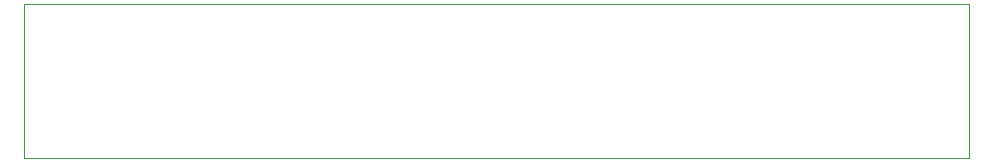
<source format=gbr>
%TF.GenerationSoftware,KiCad,Pcbnew,6.0.5*%
%TF.CreationDate,2022-09-22T17:37:43+02:00*%
%TF.ProjectId,ABS_Simulator_LEDs_a,4142535f-5369-46d7-956c-61746f725f4c,1.0*%
%TF.SameCoordinates,Original*%
%TF.FileFunction,Profile,NP*%
%FSLAX46Y46*%
G04 Gerber Fmt 4.6, Leading zero omitted, Abs format (unit mm)*
G04 Created by KiCad (PCBNEW 6.0.5) date 2022-09-22 17:37:43*
%MOMM*%
%LPD*%
G01*
G04 APERTURE LIST*
%TA.AperFunction,Profile*%
%ADD10C,0.100000*%
%TD*%
G04 APERTURE END LIST*
D10*
X96000000Y-36000000D02*
X176000000Y-36000000D01*
X176000000Y-36000000D02*
X176000000Y-49000000D01*
X176000000Y-49000000D02*
X96000000Y-49000000D01*
X96000000Y-49000000D02*
X96000000Y-36000000D01*
M02*

</source>
